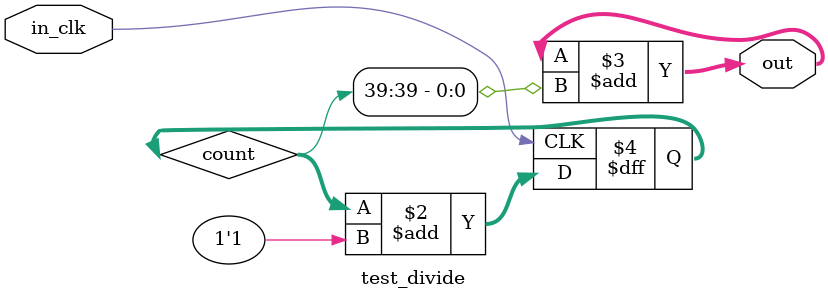
<source format=v>
`timescale 1ns / 1ps
module test_divide(in_clk, out);
	input in_clk;
	output [7:0]out;
	parameter N = 40;
	
	reg [N-1:0] count;

	always @ (posedge in_clk) begin
		count <= count + 1'b1;
	end
	
	assign out = out+count[N-1];

endmodule

</source>
